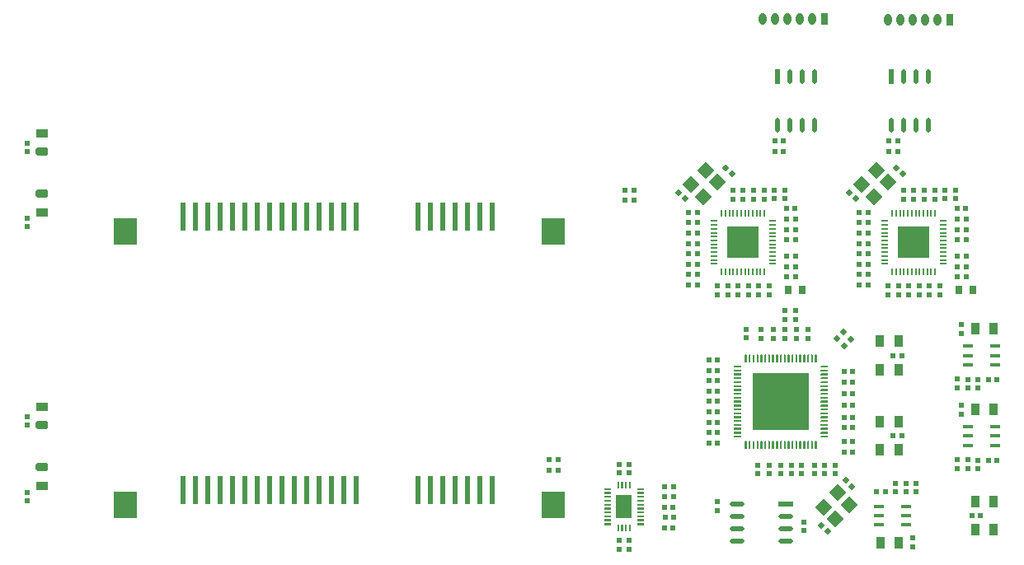
<source format=gbr>
%TF.GenerationSoftware,Altium Limited,Altium Designer,24.0.1 (36)*%
G04 Layer_Color=128*
%FSLAX45Y45*%
%MOMM*%
%TF.SameCoordinates,B6A243B4-E260-46CF-AFF0-E69CB888832F*%
%TF.FilePolarity,Positive*%
%TF.FileFunction,Paste,Bot*%
%TF.Part,Single*%
G01*
G75*
%TA.AperFunction,SMDPad,CuDef*%
%ADD16R,0.50000X0.50000*%
%ADD18R,0.88900X1.27000*%
%ADD19R,0.50000X0.50000*%
%ADD20R,1.00000X0.45000*%
%ADD34R,0.50000X1.50000*%
%ADD35O,0.50000X1.50000*%
G04:AMPARAMS|DCode=44|XSize=1.27mm|YSize=0.889mm|CornerRadius=0mm|HoleSize=0mm|Usage=FLASHONLY|Rotation=0.000|XOffset=0mm|YOffset=0mm|HoleType=Round|Shape=Octagon|*
%AMOCTAGOND44*
4,1,8,0.63500,-0.22225,0.63500,0.22225,0.41275,0.44450,-0.41275,0.44450,-0.63500,0.22225,-0.63500,-0.22225,-0.41275,-0.44450,0.41275,-0.44450,0.63500,-0.22225,0.0*
%
%ADD44OCTAGOND44*%

%ADD45R,1.27000X0.88900*%
%ADD46O,0.80000X1.20000*%
%ADD47R,0.80000X1.20000*%
%ADD48O,1.50000X0.50000*%
%ADD49R,1.50000X0.50000*%
%ADD50P,0.70711X4X270.0*%
%ADD51R,3.30000X3.30000*%
%ADD52O,0.70000X0.20000*%
%ADD53O,0.20000X0.70000*%
G04:AMPARAMS|DCode=57|XSize=1.3mm|YSize=1.2mm|CornerRadius=0mm|HoleSize=0mm|Usage=FLASHONLY|Rotation=45.000|XOffset=0mm|YOffset=0mm|HoleType=Round|Shape=Rectangle|*
%AMROTATEDRECTD57*
4,1,4,-0.03535,-0.88388,-0.88388,-0.03535,0.03535,0.88388,0.88388,0.03535,-0.03535,-0.88388,0.0*
%
%ADD57ROTATEDRECTD57*%

%ADD58P,0.70711X4X180.0*%
%ADD59R,0.75000X0.85000*%
%ADD63R,2.40000X2.80000*%
%ADD64R,0.60000X2.90000*%
G36*
X8404702Y5201010D02*
X8404703Y5196868D01*
Y5136868D01*
Y5132726D01*
X8398845Y5126868D01*
X8390561D01*
X8384703Y5132726D01*
Y5136868D01*
Y5196868D01*
Y5201010D01*
X8390561Y5206868D01*
X8398845D01*
X8404702Y5201010D01*
D02*
G37*
G36*
X8364571Y5201010D02*
Y5196868D01*
Y5136868D01*
Y5132726D01*
X8358713Y5126868D01*
X8350429D01*
X8344571Y5132726D01*
Y5136868D01*
X8344570Y5196868D01*
X8344571Y5201010D01*
X8350429Y5206868D01*
X8358713D01*
X8364571Y5201010D01*
D02*
G37*
G36*
X8284561Y5201010D02*
X8284560Y5196868D01*
X8284561Y5136868D01*
Y5132726D01*
X8278703Y5126868D01*
X8270419D01*
X8264561Y5132726D01*
Y5136868D01*
Y5196868D01*
Y5201010D01*
X8270419Y5206868D01*
X8278703D01*
X8284561Y5201010D01*
D02*
G37*
G36*
X8204551D02*
Y5196868D01*
Y5136868D01*
Y5132726D01*
X8198693Y5126868D01*
X8190409D01*
X8184551Y5132726D01*
Y5136868D01*
Y5196868D01*
Y5201010D01*
X8190409Y5206868D01*
X8198693D01*
X8204551Y5201010D01*
D02*
G37*
G36*
X8164673Y5201010D02*
Y5196868D01*
Y5136868D01*
Y5132726D01*
X8158815Y5126868D01*
X8150531D01*
X8144673Y5132726D01*
Y5136868D01*
X8144672Y5196868D01*
X8144673Y5201010D01*
X8150531Y5206868D01*
X8158815D01*
X8164673Y5201010D01*
D02*
G37*
G36*
X8124541Y5201010D02*
X8124541Y5196868D01*
Y5136868D01*
X8124541Y5132726D01*
X8118683Y5126868D01*
X8110399D01*
X8104541Y5132726D01*
Y5136868D01*
X8104541Y5196868D01*
X8104541Y5201010D01*
X8110399Y5206868D01*
X8118683D01*
X8124541Y5201010D01*
D02*
G37*
G36*
X8004653D02*
Y5196868D01*
Y5136868D01*
Y5132726D01*
X7998795Y5126868D01*
X7990511D01*
X7984653Y5132726D01*
X7984653Y5136868D01*
Y5196868D01*
X7984653Y5201010D01*
X7990511Y5206868D01*
X7998795D01*
X8004653Y5201010D01*
D02*
G37*
G36*
X7964775Y5201010D02*
Y5196868D01*
Y5136868D01*
Y5132726D01*
X7958917Y5126868D01*
X7950633D01*
X7944775Y5132726D01*
Y5136868D01*
X7944774Y5196868D01*
X7944775Y5201010D01*
X7950633Y5206868D01*
X7958917D01*
X7964775Y5201010D01*
D02*
G37*
G36*
X7924643Y5201010D02*
X7924643Y5196868D01*
Y5136868D01*
X7924643Y5132726D01*
X7918785Y5126868D01*
X7910501D01*
X7904643Y5132726D01*
Y5136868D01*
Y5196868D01*
Y5201010D01*
X7910501Y5206868D01*
X7918785D01*
X7924643Y5201010D01*
D02*
G37*
G36*
X7844633D02*
X7844632Y5196868D01*
X7844633Y5136868D01*
Y5132726D01*
X7838775Y5126868D01*
X7830490D01*
X7824632Y5132726D01*
X7824633Y5136868D01*
Y5196868D01*
X7824632Y5201010D01*
X7830491Y5206868D01*
X7838775D01*
X7844633Y5201010D01*
D02*
G37*
G36*
X7804755D02*
Y5196868D01*
Y5136868D01*
Y5132726D01*
X7798897Y5126868D01*
X7790613D01*
X7784755Y5132726D01*
X7784755Y5136868D01*
Y5196868D01*
X7784755Y5201010D01*
X7790613Y5206868D01*
X7798897D01*
X7804755Y5201010D01*
D02*
G37*
G36*
X7764623D02*
Y5196868D01*
Y5136868D01*
Y5132726D01*
X7758765Y5126868D01*
X7750481D01*
X7744623Y5132726D01*
Y5136868D01*
Y5196868D01*
Y5201010D01*
X7750481Y5206868D01*
X7758765D01*
X7764623Y5201010D01*
D02*
G37*
G36*
X7724745D02*
X7724745Y5196868D01*
Y5136868D01*
Y5132726D01*
X7718887Y5126868D01*
X7710603D01*
X7704745Y5132726D01*
Y5136868D01*
Y5196868D01*
Y5201010D01*
X7710603Y5206868D01*
X7718887D01*
X7724745Y5201010D01*
D02*
G37*
G36*
X8444581D02*
Y5196868D01*
Y5136868D01*
Y5132726D01*
X8438723Y5126868D01*
X8430439Y5126868D01*
X8424581Y5132726D01*
Y5136868D01*
Y5196868D01*
X8424581Y5201010D01*
X8430439Y5206868D01*
X8438723D01*
X8444581Y5201010D01*
D02*
G37*
G36*
X8324693D02*
Y5196868D01*
Y5136868D01*
Y5132726D01*
X8318835Y5126868D01*
X8310551Y5126868D01*
X8304693Y5132726D01*
Y5136868D01*
Y5196868D01*
Y5201010D01*
X8310551Y5206868D01*
X8318835D01*
X8324693Y5201010D01*
D02*
G37*
G36*
X8244683D02*
X8244683Y5196868D01*
X8244683Y5136868D01*
Y5132726D01*
X8238825Y5126868D01*
X8230541Y5126868D01*
X8224683Y5132726D01*
Y5136868D01*
Y5196868D01*
X8224683Y5201010D01*
X8230541Y5206868D01*
X8238825D01*
X8244683Y5201010D01*
D02*
G37*
G36*
X8084663D02*
X8084662Y5196868D01*
X8084663Y5136868D01*
Y5132726D01*
X8078805Y5126868D01*
X8070521Y5126868D01*
X8064663Y5132726D01*
Y5136868D01*
Y5196868D01*
Y5201010D01*
X8070521Y5206868D01*
X8078805D01*
X8084663Y5201010D01*
D02*
G37*
G36*
X8044785D02*
X8044785Y5196868D01*
X8044785Y5136868D01*
Y5132726D01*
X8038927Y5126868D01*
X8030643Y5126868D01*
X8024785Y5132726D01*
Y5136868D01*
Y5196868D01*
Y5201010D01*
X8030643Y5206868D01*
X8038927D01*
X8044785Y5201010D01*
D02*
G37*
G36*
X7884765D02*
Y5196868D01*
Y5136868D01*
Y5132726D01*
X7878907Y5126868D01*
X7870623Y5126868D01*
X7864765Y5132726D01*
Y5136868D01*
Y5196868D01*
Y5201010D01*
X7870623Y5206868D01*
X7878907D01*
X7884765Y5201010D01*
D02*
G37*
G36*
X8553813Y5091778D02*
X8559670Y5085920D01*
Y5077636D01*
X8553813Y5071778D01*
X8485528D01*
X8479670Y5077636D01*
X8479671Y5085920D01*
X8485529Y5091778D01*
X8489671D01*
X8549670Y5091778D01*
X8553813Y5091778D01*
D02*
G37*
G36*
X7669654Y5085920D02*
Y5077636D01*
X7663796Y5071778D01*
X7595513D01*
X7589655Y5077636D01*
Y5085920D01*
X7595513Y5091778D01*
X7663797D01*
X7669654Y5085920D01*
D02*
G37*
G36*
X8559670Y5046042D02*
Y5037758D01*
X8553813Y5031900D01*
X8485529D01*
X8479671Y5037758D01*
Y5046042D01*
X8485529Y5051900D01*
X8553813D01*
X8559670Y5046042D01*
D02*
G37*
G36*
X7669654D02*
Y5037758D01*
X7663797Y5031900D01*
X7595513D01*
X7589655Y5037758D01*
Y5046042D01*
X7595513Y5051900D01*
X7663797D01*
X7669654Y5046042D01*
D02*
G37*
G36*
X8553813Y5011768D02*
X8559670Y5005910D01*
Y4997626D01*
X8553813Y4991768D01*
X8549670Y4991768D01*
X8489671Y4991768D01*
X8485529D01*
X8479671Y4997626D01*
Y5005910D01*
X8485529Y5011768D01*
X8489671Y5011768D01*
X8549670D01*
X8553813Y5011768D01*
D02*
G37*
G36*
X7669654Y5005910D02*
Y4997626D01*
X7663797Y4991768D01*
X7659654D01*
X7599655Y4991768D01*
X7595513Y4991768D01*
X7589655Y4997626D01*
Y5005910D01*
X7595513Y5011768D01*
X7663796D01*
X7669654Y5005910D01*
D02*
G37*
G36*
X8559670Y4966032D02*
Y4957748D01*
X8553813Y4951890D01*
X8549670Y4951890D01*
X8489671Y4951890D01*
X8485529D01*
X8479671Y4957748D01*
Y4966032D01*
X8485529Y4971890D01*
X8553813D01*
X8559670Y4966032D01*
D02*
G37*
G36*
X7669654D02*
Y4957748D01*
X7663797Y4951890D01*
X7659654D01*
X7599655Y4951890D01*
X7595513Y4951890D01*
X7589655Y4957748D01*
Y4966032D01*
X7595513Y4971890D01*
X7663797D01*
X7669654Y4966032D01*
D02*
G37*
G36*
X8559670Y4925900D02*
Y4917616D01*
X8553813Y4911758D01*
X8485529D01*
X8479671Y4917616D01*
Y4925900D01*
X8485529Y4931758D01*
X8553813D01*
X8559670Y4925900D01*
D02*
G37*
G36*
X7669654D02*
Y4917616D01*
X7663797Y4911758D01*
X7595513D01*
X7589655Y4917616D01*
Y4925900D01*
X7595513Y4931758D01*
X7663797D01*
X7669654Y4925900D01*
D02*
G37*
G36*
Y4886022D02*
Y4877738D01*
X7663796Y4871880D01*
X7595513D01*
X7589655Y4877738D01*
Y4886022D01*
X7595513Y4891880D01*
X7663797D01*
X7669654Y4886022D01*
D02*
G37*
G36*
X8553813Y4891880D02*
X8559670Y4886022D01*
Y4877738D01*
X8553813Y4871880D01*
X8489671D01*
X8485529Y4871880D01*
X8479670Y4877738D01*
X8479671Y4886022D01*
X8485529Y4891880D01*
X8489671D01*
X8549670Y4891880D01*
X8553813Y4891880D01*
D02*
G37*
G36*
X8559670Y4845890D02*
Y4837606D01*
X8553813Y4831748D01*
X8549670Y4831748D01*
X8489671D01*
X8485529Y4831748D01*
X8479671Y4837606D01*
Y4845890D01*
X8485529Y4851748D01*
X8553813D01*
X8559670Y4845890D01*
D02*
G37*
G36*
X7669654D02*
Y4837606D01*
X7663796Y4831748D01*
X7595513D01*
X7589655Y4837606D01*
Y4845890D01*
X7595513Y4851748D01*
X7663797D01*
X7669654Y4845890D01*
D02*
G37*
G36*
X8553813Y4811870D02*
X8559670Y4806012D01*
Y4797728D01*
X8553813Y4791870D01*
X8485529D01*
X8479671Y4797728D01*
Y4806012D01*
X8485529Y4811870D01*
X8489671Y4811870D01*
X8549670D01*
X8553813Y4811870D01*
D02*
G37*
G36*
X7669654Y4806012D02*
Y4797728D01*
X7663797Y4791870D01*
X7595513D01*
X7589655Y4797728D01*
Y4806012D01*
X7595513Y4811870D01*
X7663796D01*
X7669654Y4806012D01*
D02*
G37*
G36*
X8559670Y4765880D02*
Y4757596D01*
X8553813Y4751738D01*
X8485529D01*
X8479671Y4757596D01*
Y4765880D01*
X8485529Y4771738D01*
X8489671Y4771738D01*
X8549670D01*
X8553813Y4771738D01*
X8559670Y4765880D01*
D02*
G37*
G36*
X7669654D02*
Y4757596D01*
X7663797Y4751738D01*
X7595513D01*
X7589655Y4757596D01*
Y4765880D01*
X7595513Y4771738D01*
X7663796D01*
X7669654Y4765880D01*
D02*
G37*
G36*
X8559670Y4726002D02*
Y4717718D01*
X8553813Y4711860D01*
X8485529D01*
X8479671Y4717718D01*
X8479670Y4726002D01*
X8485529Y4731860D01*
X8553813D01*
X8559670Y4726002D01*
D02*
G37*
G36*
X7669654D02*
Y4717718D01*
X7663797Y4711860D01*
X7595513D01*
X7589655Y4717718D01*
Y4726002D01*
X7595513Y4731860D01*
X7663797D01*
X7669654Y4726002D01*
D02*
G37*
G36*
Y4686124D02*
Y4677840D01*
X7663796Y4671982D01*
X7595513D01*
X7589655Y4677840D01*
Y4686124D01*
X7595513Y4691982D01*
X7663797D01*
X7669654Y4686124D01*
D02*
G37*
G36*
X8559670D02*
Y4677840D01*
X8553813Y4671982D01*
X8549670Y4671982D01*
X8489671D01*
X8485529Y4671982D01*
X8479671Y4677840D01*
Y4686124D01*
X8485529Y4691982D01*
X8553813D01*
X8559670Y4686124D01*
D02*
G37*
G36*
Y4645992D02*
Y4637708D01*
X8553813Y4631850D01*
X8549670Y4631850D01*
X8489671D01*
X8485529Y4631850D01*
X8479671Y4637708D01*
Y4645992D01*
X8485529Y4651850D01*
X8553813D01*
X8559670Y4645992D01*
D02*
G37*
G36*
X7669654D02*
Y4637708D01*
X7663796Y4631850D01*
X7595513D01*
X7589655Y4637708D01*
Y4645992D01*
X7595513Y4651850D01*
X7663797D01*
X7669654Y4645992D01*
D02*
G37*
G36*
X8553813Y4611972D02*
X8559670Y4606114D01*
Y4597830D01*
X8553813Y4591972D01*
X8485529D01*
X8479671Y4597830D01*
Y4606114D01*
X8485529Y4611972D01*
X8489671Y4611972D01*
X8549670D01*
X8553813Y4611972D01*
D02*
G37*
G36*
X7669654Y4606114D02*
Y4597830D01*
X7663797Y4591972D01*
X7595513D01*
X7589655Y4597830D01*
Y4606114D01*
X7595513Y4611972D01*
X7663796D01*
X7669654Y4606114D01*
D02*
G37*
G36*
Y4565982D02*
Y4557698D01*
X7663797Y4551840D01*
X7595513D01*
X7589655Y4557698D01*
Y4565982D01*
X7595513Y4571840D01*
X7663796D01*
X7669654Y4565982D01*
D02*
G37*
G36*
X8489671Y4571840D02*
X8553813D01*
X8559670Y4565982D01*
Y4557698D01*
X8553813Y4551840D01*
X8549670Y4551840D01*
X8489671Y4551840D01*
X8485529D01*
X8479671Y4557698D01*
Y4565982D01*
X8485529Y4571840D01*
X8489671Y4571840D01*
D02*
G37*
G36*
X8559670Y4526104D02*
Y4517820D01*
X8553813Y4511962D01*
X8485529D01*
X8479671Y4517820D01*
Y4526104D01*
X8485529Y4531962D01*
X8553813D01*
X8559670Y4526104D01*
D02*
G37*
G36*
X7669654D02*
Y4517820D01*
X7663797Y4511962D01*
X7595513D01*
X7589655Y4517820D01*
Y4526104D01*
X7595513Y4531962D01*
X7663797D01*
X7669654Y4526104D01*
D02*
G37*
G36*
X8559670Y4485972D02*
Y4477688D01*
X8553813Y4471830D01*
X8485529D01*
X8479671Y4477688D01*
Y4485972D01*
X8485529Y4491830D01*
X8489671D01*
X8549670Y4491830D01*
X8553813Y4491830D01*
X8559670Y4485972D01*
D02*
G37*
G36*
X7669654D02*
Y4477688D01*
X7663797Y4471830D01*
X7595513D01*
X7589655Y4477688D01*
Y4485972D01*
X7595513Y4491830D01*
X7599655Y4491830D01*
X7659654Y4491830D01*
X7663797D01*
X7669654Y4485972D01*
D02*
G37*
G36*
X8553813Y4451952D02*
X8559670Y4446094D01*
Y4437810D01*
X8553813Y4431952D01*
X8549670Y4431952D01*
X8489671D01*
X8485529Y4431952D01*
X8479671Y4437810D01*
Y4446094D01*
X8485529Y4451952D01*
X8489671D01*
X8549670Y4451952D01*
X8553813Y4451952D01*
D02*
G37*
G36*
X7659654D02*
X7663797D01*
X7669654Y4446094D01*
Y4437810D01*
X7663796Y4431952D01*
X7595513D01*
X7589655Y4437810D01*
Y4446094D01*
X7595513Y4451952D01*
X7599655Y4451952D01*
X7659654Y4451952D01*
D02*
G37*
G36*
X8364662Y4431861D02*
X7784663D01*
Y5011859D01*
X8364662D01*
Y4431861D01*
D02*
G37*
G36*
X8559670Y4405962D02*
Y4397678D01*
X8553813Y4391820D01*
X8485529D01*
X8479671Y4397678D01*
Y4405962D01*
X8485529Y4411820D01*
X8553813D01*
X8559670Y4405962D01*
D02*
G37*
G36*
X7669654D02*
Y4397678D01*
X7663797Y4391820D01*
X7595513D01*
X7589655Y4397678D01*
Y4405962D01*
X7595513Y4411820D01*
X7663797D01*
X7669654Y4405962D01*
D02*
G37*
G36*
Y4366084D02*
Y4357800D01*
X7663797Y4351942D01*
X7595513D01*
X7589655Y4357800D01*
Y4366084D01*
X7595513Y4371942D01*
X7663796D01*
X7669654Y4366084D01*
D02*
G37*
G36*
X8559670D02*
Y4357800D01*
X8553813Y4351942D01*
X8549670Y4351942D01*
X8489671Y4351942D01*
X8485529D01*
X8479671Y4357800D01*
Y4366084D01*
X8485528Y4371942D01*
X8553813D01*
X8559670Y4366084D01*
D02*
G37*
G36*
X8438723Y4316852D02*
X8444581Y4310994D01*
Y4306852D01*
Y4246852D01*
Y4242710D01*
X8438723Y4236852D01*
X8430439D01*
X8424581Y4242710D01*
Y4246852D01*
Y4306852D01*
Y4310994D01*
X8430439Y4316852D01*
X8438723Y4316852D01*
D02*
G37*
G36*
X8404703Y4310994D02*
Y4306852D01*
Y4246852D01*
Y4242710D01*
X8398845Y4236852D01*
X8390561D01*
X8384703Y4242710D01*
Y4246852D01*
Y4306852D01*
Y4310994D01*
X8390561Y4316852D01*
X8398845D01*
X8404703Y4310994D01*
D02*
G37*
G36*
X8364571D02*
Y4306852D01*
Y4246852D01*
Y4242710D01*
X8358713Y4236852D01*
X8350429D01*
X8344571Y4242710D01*
X8344570Y4246852D01*
X8344571Y4306852D01*
Y4310994D01*
X8350429Y4316852D01*
X8358713D01*
X8364571Y4310994D01*
D02*
G37*
G36*
X8324693D02*
Y4306852D01*
Y4246852D01*
Y4242710D01*
X8318835Y4236852D01*
X8310551D01*
X8304693Y4242710D01*
Y4246852D01*
Y4306852D01*
Y4310994D01*
X8310551Y4316852D01*
X8318835Y4316852D01*
X8324693Y4310994D01*
D02*
G37*
G36*
X8284561D02*
Y4306852D01*
X8284560Y4246852D01*
X8284561Y4242710D01*
X8278703Y4236852D01*
X8270419D01*
X8264561Y4242710D01*
Y4246852D01*
Y4306852D01*
Y4310994D01*
X8270419Y4316852D01*
X8278703D01*
X8284561Y4310994D01*
D02*
G37*
G36*
X8238825Y4316852D02*
X8244683Y4310994D01*
Y4306852D01*
X8244683Y4246852D01*
X8244683Y4242710D01*
X8238825Y4236852D01*
X8230541D01*
X8224683Y4242710D01*
Y4246852D01*
Y4306852D01*
Y4310994D01*
X8230541Y4316852D01*
X8238825Y4316852D01*
D02*
G37*
G36*
X8204551Y4310994D02*
Y4306852D01*
Y4246852D01*
Y4242710D01*
X8198693Y4236852D01*
X8190409D01*
X8184551Y4242710D01*
Y4246852D01*
Y4306852D01*
Y4310994D01*
X8190409Y4316852D01*
X8198693D01*
X8204551Y4310994D01*
D02*
G37*
G36*
X8164673D02*
Y4306852D01*
Y4246852D01*
Y4242710D01*
X8158815Y4236852D01*
X8150531D01*
X8144673Y4242710D01*
X8144672Y4246852D01*
X8144673Y4306852D01*
Y4310994D01*
X8150531Y4316852D01*
X8158815D01*
X8164673Y4310994D01*
D02*
G37*
G36*
X8124541D02*
Y4306852D01*
Y4246852D01*
Y4242710D01*
X8118683Y4236852D01*
X8110399D01*
X8104541Y4242710D01*
X8104541Y4246852D01*
X8104541Y4306852D01*
Y4310994D01*
X8110399Y4316852D01*
X8118683D01*
X8124541Y4310994D01*
D02*
G37*
G36*
X8084663D02*
Y4306852D01*
X8084662Y4246852D01*
X8084663Y4242710D01*
X8078805Y4236852D01*
X8070521D01*
X8064663Y4242710D01*
Y4246852D01*
Y4306852D01*
Y4310994D01*
X8070521Y4316852D01*
X8078805Y4316852D01*
X8084663Y4310994D01*
D02*
G37*
G36*
X8038927Y4316852D02*
X8044785Y4310994D01*
Y4306852D01*
X8044785Y4246852D01*
X8044785Y4242710D01*
X8038927Y4236852D01*
X8030643D01*
X8024785Y4242710D01*
Y4246852D01*
Y4306852D01*
Y4310994D01*
X8030643Y4316852D01*
X8038927Y4316852D01*
D02*
G37*
G36*
X8004653Y4310994D02*
Y4306852D01*
Y4246852D01*
Y4242710D01*
X7998795Y4236852D01*
X7990511D01*
X7984653Y4242710D01*
Y4246852D01*
Y4306852D01*
Y4310994D01*
X7990511Y4316852D01*
X7998795D01*
X8004653Y4310994D01*
D02*
G37*
G36*
X7964775D02*
Y4306852D01*
Y4246852D01*
Y4242710D01*
X7958917Y4236852D01*
X7950633D01*
X7944775Y4242710D01*
X7944774Y4246852D01*
X7944775Y4306852D01*
Y4310994D01*
X7950633Y4316852D01*
X7958917D01*
X7964775Y4310994D01*
D02*
G37*
G36*
X7924643D02*
Y4306852D01*
Y4246852D01*
Y4242710D01*
X7918785Y4236852D01*
X7910501D01*
X7904643Y4242710D01*
Y4246852D01*
Y4306852D01*
Y4310994D01*
X7910501Y4316852D01*
X7918785D01*
X7924643Y4310994D01*
D02*
G37*
G36*
X7884765D02*
Y4306852D01*
Y4246852D01*
Y4242710D01*
X7878907Y4236852D01*
X7870623D01*
X7864765Y4242710D01*
Y4246852D01*
Y4306852D01*
Y4310994D01*
X7870623Y4316852D01*
X7878907Y4316852D01*
X7884765Y4310994D01*
D02*
G37*
G36*
X7844633D02*
Y4306852D01*
X7844632Y4246852D01*
X7844633Y4242710D01*
X7838775Y4236852D01*
X7830491D01*
X7824633Y4242710D01*
Y4246852D01*
Y4306852D01*
Y4310994D01*
X7830490Y4316852D01*
X7838775D01*
X7844633Y4310994D01*
D02*
G37*
G36*
X7804755D02*
Y4306852D01*
Y4246852D01*
Y4242710D01*
X7798897Y4236852D01*
X7790613D01*
X7784755Y4242710D01*
Y4246852D01*
Y4306852D01*
Y4310994D01*
X7790613Y4316852D01*
X7798897D01*
X7804755Y4310994D01*
D02*
G37*
G36*
X7764623D02*
Y4306852D01*
Y4246852D01*
Y4242710D01*
X7758765Y4236852D01*
X7750481D01*
X7744623Y4242710D01*
Y4246852D01*
Y4306852D01*
Y4310994D01*
X7750481Y4316852D01*
X7758765D01*
X7764623Y4310994D01*
D02*
G37*
G36*
X7724745D02*
Y4306852D01*
Y4246852D01*
Y4242710D01*
X7718887Y4236852D01*
X7710603D01*
X7704745Y4242710D01*
Y4246852D01*
Y4306852D01*
Y4310994D01*
X7710603Y4316852D01*
X7718887D01*
X7724745Y4310994D01*
D02*
G37*
G36*
X6534310Y3827373D02*
X6514310D01*
Y3897375D01*
X6534310D01*
Y3827373D01*
D02*
G37*
G36*
X6494305D02*
X6474305D01*
Y3897375D01*
X6494305D01*
Y3827373D01*
D02*
G37*
G36*
X6454300D02*
X6434300D01*
Y3897375D01*
X6454300D01*
Y3827373D01*
D02*
G37*
G36*
X6414295D02*
X6394295D01*
Y3897375D01*
X6414295D01*
Y3827373D01*
D02*
G37*
G36*
X6329307Y3812374D02*
X6259304D01*
Y3832374D01*
X6329307D01*
Y3812374D01*
D02*
G37*
G36*
X6669298Y3812354D02*
X6599298D01*
Y3832354D01*
X6669298D01*
Y3812354D01*
D02*
G37*
G36*
X6329299Y3772354D02*
X6259299D01*
Y3792354D01*
X6329299D01*
Y3772354D01*
D02*
G37*
G36*
X6669298Y3772349D02*
X6599298D01*
Y3792349D01*
X6669298D01*
Y3772349D01*
D02*
G37*
G36*
Y3732369D02*
X6599298D01*
Y3752369D01*
X6669298D01*
Y3732369D01*
D02*
G37*
G36*
X6329296Y3732349D02*
X6259297D01*
Y3752349D01*
X6329296D01*
Y3732349D01*
D02*
G37*
G36*
Y3692369D02*
X6259297D01*
Y3712369D01*
X6329296D01*
Y3692369D01*
D02*
G37*
G36*
X6669298Y3692364D02*
X6599298D01*
Y3712364D01*
X6669298D01*
Y3692364D01*
D02*
G37*
G36*
X6329296Y3652364D02*
X6259297D01*
Y3672364D01*
X6329296D01*
Y3652364D01*
D02*
G37*
G36*
X6669298Y3652359D02*
X6599298D01*
Y3672359D01*
X6669298D01*
Y3652359D01*
D02*
G37*
G36*
X6329296Y3612359D02*
X6259297D01*
Y3632359D01*
X6329296D01*
Y3612359D01*
D02*
G37*
G36*
X6669298Y3612354D02*
X6599298D01*
Y3632354D01*
X6669298D01*
Y3612354D01*
D02*
G37*
G36*
X6329296Y3572354D02*
X6259297D01*
Y3592354D01*
X6329296D01*
Y3572354D01*
D02*
G37*
G36*
X6669298Y3572349D02*
X6599298D01*
Y3592349D01*
X6669298D01*
Y3572349D01*
D02*
G37*
G36*
Y3532370D02*
X6599298D01*
Y3552370D01*
X6669298D01*
Y3532370D01*
D02*
G37*
G36*
X6329296Y3532349D02*
X6259297D01*
Y3552349D01*
X6329296D01*
Y3532349D01*
D02*
G37*
G36*
X6544300Y3522359D02*
X6384300D01*
Y3762359D01*
X6544300D01*
Y3522359D01*
D02*
G37*
G36*
X6329296Y3492370D02*
X6259297D01*
Y3512370D01*
X6329296D01*
Y3492370D01*
D02*
G37*
G36*
X6669298Y3492365D02*
X6599298D01*
Y3512365D01*
X6669298D01*
Y3492365D01*
D02*
G37*
G36*
X6329296Y3452365D02*
X6259297D01*
Y3472365D01*
X6329296D01*
Y3452365D01*
D02*
G37*
G36*
X6669296Y3452344D02*
X6599293D01*
Y3472344D01*
X6669296D01*
Y3452344D01*
D02*
G37*
G36*
X6534305Y3387343D02*
X6514305D01*
Y3457346D01*
X6534305D01*
Y3387343D01*
D02*
G37*
G36*
X6494300D02*
X6474300D01*
Y3457346D01*
X6494300D01*
Y3387343D01*
D02*
G37*
G36*
X6454295D02*
X6434295D01*
Y3457346D01*
X6454295D01*
Y3387343D01*
D02*
G37*
G36*
X6414290D02*
X6394290D01*
Y3457346D01*
X6414290D01*
Y3387343D01*
D02*
G37*
D16*
X7421880Y3689940D02*
D03*
Y3604940D02*
D03*
X8308340Y3484200D02*
D03*
Y3399200D02*
D03*
X9174480Y5910580D02*
D03*
Y5820580D02*
D03*
X7795260Y6894660D02*
D03*
Y6804660D02*
D03*
X7741920Y5910580D02*
D03*
Y5820580D02*
D03*
X9547860Y6894660D02*
D03*
Y6804660D02*
D03*
X9441180D02*
D03*
Y6894660D02*
D03*
X9334500Y6804660D02*
D03*
Y6894660D02*
D03*
X9654540D02*
D03*
Y6804660D02*
D03*
X9761220Y6806835D02*
D03*
Y6891835D02*
D03*
X9867900Y6806835D02*
D03*
Y6891835D02*
D03*
X7688580Y6804660D02*
D03*
Y6894660D02*
D03*
X8008620Y6891835D02*
D03*
Y6806835D02*
D03*
X7901940Y6804660D02*
D03*
Y6894660D02*
D03*
X7581900Y6804660D02*
D03*
Y6894660D02*
D03*
X7848600Y5910587D02*
D03*
Y5820587D02*
D03*
X7953719Y5908405D02*
D03*
Y5823405D02*
D03*
X8115300Y6891835D02*
D03*
Y6806835D02*
D03*
X7528560Y5820580D02*
D03*
Y5910580D02*
D03*
X7635240Y5820580D02*
D03*
Y5910580D02*
D03*
X7421880Y5820580D02*
D03*
Y5910580D02*
D03*
X8114538Y5374640D02*
D03*
Y5464640D02*
D03*
X7994650D02*
D03*
Y5374640D02*
D03*
X7874762D02*
D03*
Y5464640D02*
D03*
X8354568Y5374636D02*
D03*
Y5464637D02*
D03*
X6413500Y3993556D02*
D03*
Y4078556D02*
D03*
X6410960Y3205555D02*
D03*
Y3295555D02*
D03*
X6517640Y3205555D02*
D03*
Y3295555D02*
D03*
X9253220Y3795763D02*
D03*
Y3880763D02*
D03*
X9359900Y3880440D02*
D03*
Y3795440D02*
D03*
X9466580Y3882938D02*
D03*
Y3792938D02*
D03*
X9425940Y3321598D02*
D03*
Y3231598D02*
D03*
X10101580Y4121417D02*
D03*
Y4036417D02*
D03*
X9888220Y4862282D02*
D03*
Y4952282D02*
D03*
X9994900Y4949780D02*
D03*
Y4864780D02*
D03*
X10101580Y4864457D02*
D03*
Y4949457D02*
D03*
X9928860Y5423622D02*
D03*
Y5513622D02*
D03*
Y4595582D02*
D03*
Y4685582D02*
D03*
X9888220Y4034242D02*
D03*
Y4124242D02*
D03*
X9994900Y4036740D02*
D03*
Y4121740D02*
D03*
X8227060Y5656580D02*
D03*
Y5566580D02*
D03*
X8120380Y5656580D02*
D03*
Y5566580D02*
D03*
X6520180Y3993556D02*
D03*
Y4078556D02*
D03*
X9387840Y5820580D02*
D03*
Y5910580D02*
D03*
X9281160D02*
D03*
Y5820580D02*
D03*
X9494520Y5910580D02*
D03*
Y5820580D02*
D03*
X9601200Y5910587D02*
D03*
Y5820587D02*
D03*
X9706319Y5908405D02*
D03*
Y5823405D02*
D03*
X7834630Y3979080D02*
D03*
Y4069080D02*
D03*
X7954772Y3979080D02*
D03*
Y4069080D02*
D03*
X7714742Y5377458D02*
D03*
Y5462458D02*
D03*
X8234680Y5464640D02*
D03*
Y5374640D02*
D03*
X8181340Y3981262D02*
D03*
Y4066262D02*
D03*
X8288020Y3979080D02*
D03*
Y4069080D02*
D03*
X8074660Y3979080D02*
D03*
Y4069080D02*
D03*
X8420100Y3981262D02*
D03*
Y4066262D02*
D03*
X8633460Y3981262D02*
D03*
Y4066262D02*
D03*
X8526780Y3981262D02*
D03*
Y4066262D02*
D03*
X331760Y6603270D02*
D03*
Y6518270D02*
D03*
Y7380510D02*
D03*
Y7295510D02*
D03*
Y3788950D02*
D03*
Y3703950D02*
D03*
Y4481190D02*
D03*
Y4566190D02*
D03*
D18*
X10261100Y3403600D02*
D03*
X10071100D02*
D03*
X10261100Y3693160D02*
D03*
X10071100D02*
D03*
X9284712Y3271528D02*
D03*
X9094712D02*
D03*
X9093700Y5341620D02*
D03*
X9283700D02*
D03*
X9093700Y4224020D02*
D03*
X9283700D02*
D03*
X9093700Y4513580D02*
D03*
X9283700D02*
D03*
X10070088Y4645652D02*
D03*
X10260088D02*
D03*
X9093700Y5052060D02*
D03*
X9283700D02*
D03*
X10070088Y5473692D02*
D03*
X10260088D02*
D03*
D19*
X6477718Y6789420D02*
D03*
X6567718D02*
D03*
X7125418Y6240780D02*
D03*
X7215418D02*
D03*
X8878018Y6134100D02*
D03*
Y6240780D02*
D03*
X8968018Y6347460D02*
D03*
X8878018D02*
D03*
X8968018Y6240780D02*
D03*
Y6134100D02*
D03*
Y5920740D02*
D03*
X8878018D02*
D03*
X8968018Y6027420D02*
D03*
X8878018D02*
D03*
X8878025Y6560820D02*
D03*
X8968025D02*
D03*
X8878025Y6454140D02*
D03*
X8968025D02*
D03*
X7215418Y6667500D02*
D03*
X7125418D02*
D03*
X7215418Y5920740D02*
D03*
X7125418D02*
D03*
X8133087Y6215380D02*
D03*
X8223087D02*
D03*
X7125418Y6347460D02*
D03*
X7215418D02*
D03*
X8223087Y6385560D02*
D03*
X8133087D02*
D03*
X8223087Y6108700D02*
D03*
X8133087D02*
D03*
X8223087Y6598920D02*
D03*
X8133087D02*
D03*
X8220262Y6705600D02*
D03*
X8135262D02*
D03*
X8223080Y6002020D02*
D03*
X8133080D02*
D03*
X7125418Y6027420D02*
D03*
X7215418D02*
D03*
X7424420Y4297680D02*
D03*
X7334420D02*
D03*
X6881578Y3850640D02*
D03*
X6971578D02*
D03*
X6881898Y3743960D02*
D03*
X6971898D02*
D03*
X6969080Y3423920D02*
D03*
X6884080D02*
D03*
X6969723Y3530600D02*
D03*
X6884723D02*
D03*
X6969080Y3637280D02*
D03*
X6884080D02*
D03*
X7334420Y4617720D02*
D03*
X7424420D02*
D03*
X10126065Y3548380D02*
D03*
X10036065D02*
D03*
X9148358Y3797300D02*
D03*
X9058358D02*
D03*
X9228735Y5196840D02*
D03*
X9318735D02*
D03*
X8013700Y7289800D02*
D03*
X8098700D02*
D03*
X9187180Y7399020D02*
D03*
X9272180D02*
D03*
X8098700D02*
D03*
X8013700D02*
D03*
X9187180Y7292340D02*
D03*
X9272180D02*
D03*
X9228735Y4368800D02*
D03*
X9318735D02*
D03*
X10206442Y4119880D02*
D03*
X10296442D02*
D03*
X10206442Y4947920D02*
D03*
X10296442D02*
D03*
X7215425Y6454140D02*
D03*
X7125425D02*
D03*
X7215425Y6560820D02*
D03*
X7125425D02*
D03*
X9975687Y6385560D02*
D03*
X9885687D02*
D03*
X8968018Y6667500D02*
D03*
X8878018D02*
D03*
X9972862Y6705600D02*
D03*
X9887862D02*
D03*
X9975687Y6598920D02*
D03*
X9885687D02*
D03*
X9975680Y6002020D02*
D03*
X9885680D02*
D03*
X9885687Y6215380D02*
D03*
X9975687D02*
D03*
X9885687Y6108700D02*
D03*
X9975687D02*
D03*
X7421880Y5151120D02*
D03*
X7336880D02*
D03*
X8814900Y4681982D02*
D03*
X8724900D02*
D03*
X8812718Y5029200D02*
D03*
X8727718D02*
D03*
X8814900Y4921758D02*
D03*
X8724900D02*
D03*
X7421880Y4724400D02*
D03*
X7336880D02*
D03*
X7424420Y4937760D02*
D03*
X7334420D02*
D03*
X8814900Y4455160D02*
D03*
X8724900D02*
D03*
X8814900Y4561840D02*
D03*
X8724900D02*
D03*
X7334420Y4831080D02*
D03*
X7424420D02*
D03*
X8724900Y4801870D02*
D03*
X8814900D02*
D03*
X7421880Y4511040D02*
D03*
X7336880D02*
D03*
Y4404360D02*
D03*
X7421880D02*
D03*
X8813120Y4312920D02*
D03*
X8728120D02*
D03*
X8813120Y4206240D02*
D03*
X8728120D02*
D03*
X7336880Y5044440D02*
D03*
X7421880D02*
D03*
X6567718Y6896100D02*
D03*
X6477718D02*
D03*
X9885687Y6492240D02*
D03*
X9975687D02*
D03*
X8133087D02*
D03*
X8223087D02*
D03*
X7215418Y6134100D02*
D03*
X7125418D02*
D03*
X5695402Y4018280D02*
D03*
X5785402D02*
D03*
X5695400Y4122420D02*
D03*
X5785400D02*
D03*
D20*
X10276840Y4273800D02*
D03*
Y4368800D02*
D03*
Y4463800D02*
D03*
X9997440D02*
D03*
Y4368800D02*
D03*
Y4273800D02*
D03*
X9357360Y3643380D02*
D03*
Y3548380D02*
D03*
Y3453380D02*
D03*
X9077960D02*
D03*
Y3548380D02*
D03*
Y3643380D02*
D03*
X9997440Y5101840D02*
D03*
Y5196840D02*
D03*
Y5291840D02*
D03*
X10276840D02*
D03*
Y5196840D02*
D03*
Y5101840D02*
D03*
D34*
X8036560Y8065580D02*
D03*
X9210040D02*
D03*
D35*
X8417560Y7565580D02*
D03*
X8290560D02*
D03*
X8163560D02*
D03*
X8036560D02*
D03*
X8417560Y8065580D02*
D03*
X8290560D02*
D03*
X8163560D02*
D03*
X9591040Y7565580D02*
D03*
X9464040D02*
D03*
X9337040D02*
D03*
X9210040D02*
D03*
X9591040Y8065580D02*
D03*
X9464040D02*
D03*
X9337040D02*
D03*
D44*
X484158Y6860072D02*
D03*
Y4045802D02*
D03*
X484174Y4478357D02*
D03*
Y7292627D02*
D03*
D45*
X484158Y6670072D02*
D03*
Y3855802D02*
D03*
X484174Y4668357D02*
D03*
Y7482627D02*
D03*
D46*
X7889240Y8653780D02*
D03*
X8143240D02*
D03*
X8270240D02*
D03*
X8397240D02*
D03*
X8016240D02*
D03*
X9171940Y8651240D02*
D03*
X9425940D02*
D03*
X9552940D02*
D03*
X9679940D02*
D03*
X9298940D02*
D03*
D47*
X8524240Y8653780D02*
D03*
X9806940Y8651240D02*
D03*
D48*
X8124000Y3416300D02*
D03*
Y3543300D02*
D03*
Y3289300D02*
D03*
X7624000Y3670300D02*
D03*
Y3543300D02*
D03*
Y3416300D02*
D03*
Y3289300D02*
D03*
D49*
X8124000Y3670300D02*
D03*
D50*
X8653780Y5372100D02*
D03*
X8717420Y5435740D02*
D03*
X8793620Y5359540D02*
D03*
X8729980Y5295900D02*
D03*
D51*
X9438640Y6357620D02*
D03*
X7686040D02*
D03*
D52*
X9738640Y6137620D02*
D03*
Y6177620D02*
D03*
Y6217620D02*
D03*
Y6257620D02*
D03*
Y6297620D02*
D03*
Y6337620D02*
D03*
Y6377620D02*
D03*
Y6417620D02*
D03*
Y6457620D02*
D03*
Y6497620D02*
D03*
Y6537620D02*
D03*
Y6577620D02*
D03*
X9138640D02*
D03*
Y6537620D02*
D03*
Y6497620D02*
D03*
Y6457620D02*
D03*
Y6417620D02*
D03*
Y6377620D02*
D03*
Y6337620D02*
D03*
Y6297620D02*
D03*
Y6257620D02*
D03*
Y6217620D02*
D03*
Y6177620D02*
D03*
Y6137620D02*
D03*
X7386040D02*
D03*
Y6177620D02*
D03*
Y6217620D02*
D03*
Y6257620D02*
D03*
Y6297620D02*
D03*
Y6337620D02*
D03*
Y6377620D02*
D03*
Y6417620D02*
D03*
Y6457620D02*
D03*
Y6497620D02*
D03*
Y6537620D02*
D03*
Y6577620D02*
D03*
X7986040D02*
D03*
Y6537620D02*
D03*
Y6497620D02*
D03*
Y6457620D02*
D03*
Y6417620D02*
D03*
Y6377620D02*
D03*
Y6337620D02*
D03*
Y6297620D02*
D03*
Y6257620D02*
D03*
Y6217620D02*
D03*
Y6177620D02*
D03*
Y6137620D02*
D03*
D53*
X9658640Y6657620D02*
D03*
X9618640D02*
D03*
X9578640D02*
D03*
X9538640D02*
D03*
X9498640D02*
D03*
X9458640D02*
D03*
X9418640D02*
D03*
X9378640D02*
D03*
X9338640D02*
D03*
X9298640D02*
D03*
X9258640D02*
D03*
X9218640D02*
D03*
Y6057620D02*
D03*
X9258640D02*
D03*
X9298640D02*
D03*
X9338640D02*
D03*
X9378640D02*
D03*
X9418640D02*
D03*
X9458640D02*
D03*
X9498640D02*
D03*
X9538640D02*
D03*
X9578640D02*
D03*
X9618640D02*
D03*
X9658640D02*
D03*
X7906040D02*
D03*
X7866040D02*
D03*
X7826040D02*
D03*
X7786040D02*
D03*
X7746040D02*
D03*
X7706040D02*
D03*
X7666040D02*
D03*
X7626040D02*
D03*
X7586040D02*
D03*
X7546040D02*
D03*
X7506040D02*
D03*
X7466040D02*
D03*
Y6657620D02*
D03*
X7506040D02*
D03*
X7546040D02*
D03*
X7586040D02*
D03*
X7626040D02*
D03*
X7666040D02*
D03*
X7706040D02*
D03*
X7746040D02*
D03*
X7786040D02*
D03*
X7826040D02*
D03*
X7866040D02*
D03*
X7906040D02*
D03*
D57*
X8908050Y6950538D02*
D03*
X9056542Y7099030D02*
D03*
X9028258Y6830330D02*
D03*
X9176750Y6978822D02*
D03*
X7424150D02*
D03*
X7275658Y6830330D02*
D03*
X7303942Y7099030D02*
D03*
X7155450Y6950538D02*
D03*
X8780510Y3664122D02*
D03*
X8660302Y3784330D02*
D03*
X8632018Y3515630D02*
D03*
X8511810Y3635838D02*
D03*
D58*
X9325681Y7059859D02*
D03*
X9262041Y7123499D02*
D03*
X8778240Y6873240D02*
D03*
X8841880Y6809600D02*
D03*
X7509441Y7123499D02*
D03*
X7573081Y7059859D02*
D03*
X7025640Y6873240D02*
D03*
X7089280Y6809600D02*
D03*
X8489879Y3450661D02*
D03*
X8553519Y3387021D02*
D03*
X8803780Y3850500D02*
D03*
X8740140Y3914140D02*
D03*
D59*
X8153400Y5869940D02*
D03*
X8298400D02*
D03*
X9906000D02*
D03*
X10051000D02*
D03*
D63*
X5735116Y6469476D02*
D03*
X1341116D02*
D03*
X5735116Y3662126D02*
D03*
X1341116D02*
D03*
D64*
X5114116Y6619476D02*
D03*
X4987116D02*
D03*
X4860116D02*
D03*
X4733116D02*
D03*
X4606116D02*
D03*
X4479116D02*
D03*
X4352116D02*
D03*
X3717116D02*
D03*
X3590116D02*
D03*
X3463116D02*
D03*
X3336116D02*
D03*
X3209116D02*
D03*
X3082116D02*
D03*
X2955116D02*
D03*
X2828116D02*
D03*
X2701116D02*
D03*
X2574116D02*
D03*
X2447116D02*
D03*
X2320116D02*
D03*
X2193116D02*
D03*
X2066116D02*
D03*
X1939116D02*
D03*
X5114116Y3812126D02*
D03*
X4987116D02*
D03*
X4860116D02*
D03*
X4733116D02*
D03*
X4606116D02*
D03*
X4479116D02*
D03*
X4352116D02*
D03*
X3717116D02*
D03*
X3590116D02*
D03*
X3463116D02*
D03*
X3336116D02*
D03*
X3209116D02*
D03*
X3082116D02*
D03*
X2955116D02*
D03*
X2828116D02*
D03*
X2701116D02*
D03*
X2574116D02*
D03*
X2447116D02*
D03*
X2320116D02*
D03*
X2193116D02*
D03*
X2066116D02*
D03*
X1939116D02*
D03*
%TF.MD5,7df7f337eb77181920440b2b7197ffe3*%
M02*

</source>
